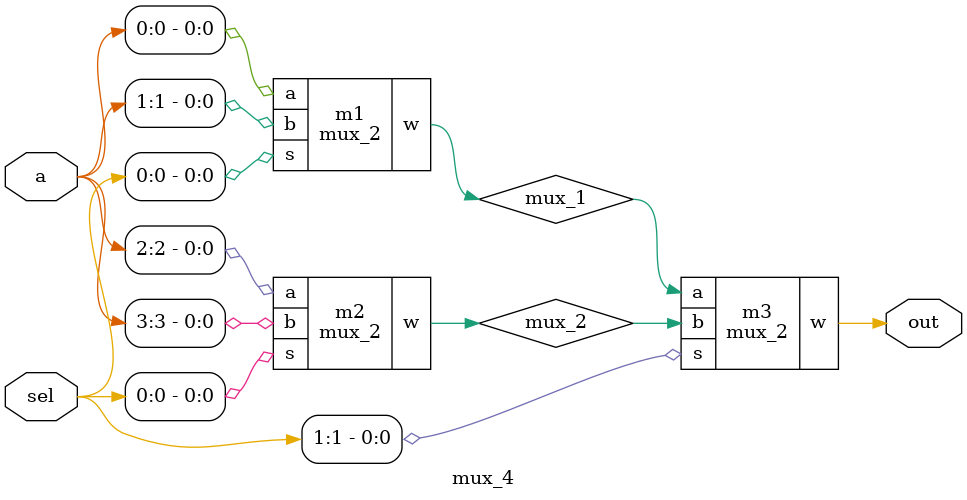
<source format=v>
`timescale 1ns / 1ps
module mux_2(
    input a,
    input b,
    input s,
    output w
    );
	 
	 assign w =
		(s == 0) ? a:
		(s == 1) ? b: 1'bx;
	
endmodule

module mux_4(a, sel, out);
	input [3:0] a;
	input [1:0] sel;
	output out;
	
	wire mux[2:0];

	mux_2 m1(a[0], a[1], sel[0], mux_1),
			m2(a[2], a[3], sel[0], mux_2),
			m3(mux_1, mux_2, sel[1], out);

endmodule

</source>
